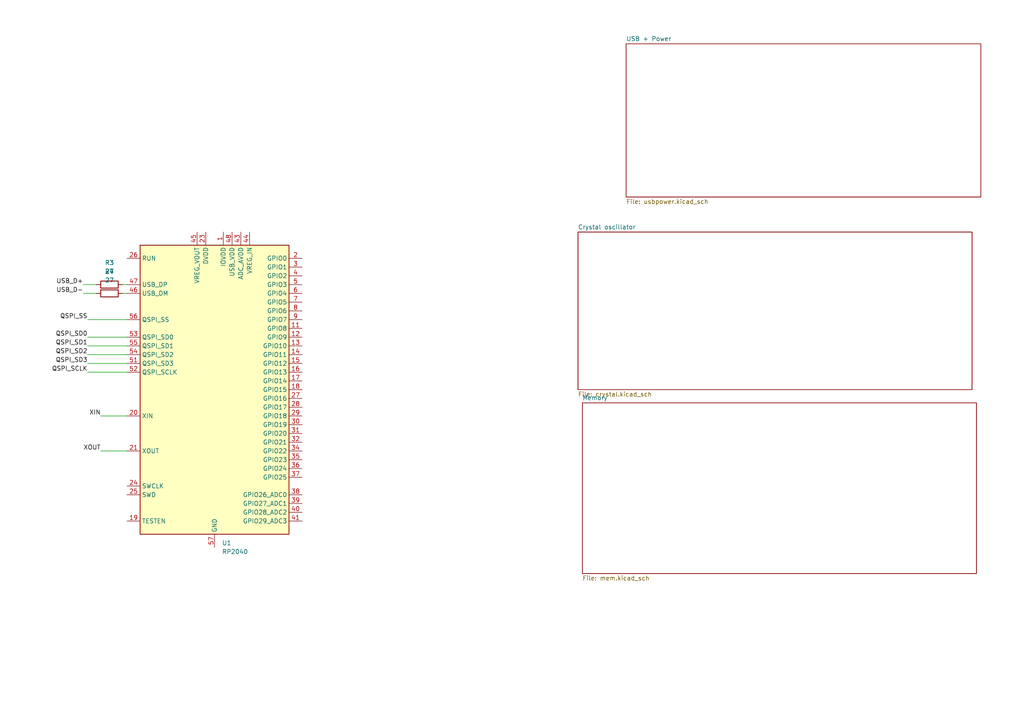
<source format=kicad_sch>
(kicad_sch (version 20250114) (generator "eeschema") (generator_version "9.0")
  (paper "A4")
  (lib_symbols
    (symbol "Device:R" (pin_numbers (hide yes)) (pin_names (offset 0))
      (property "Reference" "R" (at 1.27 -0.762 0))
      (property "Value" "R" (at 1.27 1.27 0))
      (symbol "R_0_1"
        (rectangle (start -1.27 2.286) (end 3.81 0.254) (stroke (width 0.254)))
      )
      (symbol "R_1_1"
        (pin passive line (at -2.54 1.27 0) (length 1.27) (name "~") (number "2"))
        (pin passive line (at 5.08 1.27 180) (length 1.27) (name "~") (number "1"))
      )
    )
    (symbol "MCU_RaspberryPi:RP2040"
      (property "Reference" "U" (at 17.78 45.72 0))
      (property "Value" "RP2040" (at 17.78 43.18 0))
      (symbol "RP2040_0_1"
        (rectangle (start -21.59 41.91) (end 21.59 -41.91) (stroke (width 0.254)) (fill (type background)))
      )
      (symbol "RP2040_1_1"
        (pin input line (at -25.4 38.1 0) (length 3.81) (name "RUN") (number "26"))
        (pin bidirectional line (at -25.4 30.48 0) (length 3.81) (name "USB_DP") (number "47"))
        (pin bidirectional line (at -25.4 27.94 0) (length 3.81) (name "USB_DM") (number "46"))
        (pin bidirectional line (at -25.4 20.32 0) (length 3.81) (name "QSPI_SS") (number "56"))
        (pin bidirectional line (at -25.4 15.24 0) (length 3.81) (name "QSPI_SD0") (number "53"))
        (pin bidirectional line (at -25.4 12.7 0) (length 3.81) (name "QSPI_SD1") (number "55"))
        (pin bidirectional line (at -25.4 10.16 0) (length 3.81) (name "QSPI_SD2") (number "54"))
        (pin bidirectional line (at -25.4 7.62 0) (length 3.81) (name "QSPI_SD3") (number "51"))
        (pin output line (at -25.4 5.08 0) (length 3.81) (name "QSPI_SCLK") (number "52"))
        (pin input line (at -25.4 -7.62 0) (length 3.81) (name "XIN") (number "20"))
        (pin passive line (at -25.4 -17.78 0) (length 3.81) (name "XOUT") (number "21"))
        (pin input line (at -25.4 -27.94 0) (length 3.81) (name "SWCLK") (number "24"))
        (pin bidirectional line (at -25.4 -30.48 0) (length 3.81) (name "SWD") (number "25"))
        (pin input line (at -25.4 -38.1 0) (length 3.81) (name "TESTEN") (number "19"))
        (pin power_out line (at -5.08 45.72 270) (length 3.81) (name "VREG_VOUT") (number "45"))
        (pin power_in line (at -2.54 45.72 270) (length 3.81) (name "DVDD") (number "23"))
        (pin passive line (at -2.54 45.72 270) (length 3.81) (hide yes) (name "DVDD") (number "50"))
        (pin power_in line (at 0 -45.72 90) (length 3.81) (name "GND") (number "57"))
        (pin power_in line (at 2.54 45.72 270) (length 3.81) (name "IOVDD") (number "1"))
        (pin passive line (at 2.54 45.72 270) (length 3.81) (hide yes) (name "IOVDD") (number "10"))
        (pin passive line (at 2.54 45.72 270) (length 3.81) (hide yes) (name "IOVDD") (number "22"))
        (pin passive line (at 2.54 45.72 270) (length 3.81) (hide yes) (name "IOVDD") (number "33"))
        (pin passive line (at 2.54 45.72 270) (length 3.81) (hide yes) (name "IOVDD") (number "42"))
        (pin passive line (at 2.54 45.72 270) (length 3.81) (hide yes) (name "IOVDD") (number "49"))
        (pin power_in line (at 5.08 45.72 270) (length 3.81) (name "USB_VDD") (number "48"))
        (pin power_in line (at 7.62 45.72 270) (length 3.81) (name "ADC_AVDD") (number "43"))
        (pin power_in line (at 10.16 45.72 270) (length 3.81) (name "VREG_IN") (number "44"))
        (pin bidirectional line (at 25.4 38.1 180) (length 3.81) (name "GPIO0") (number "2"))
        (pin bidirectional line (at 25.4 35.56 180) (length 3.81) (name "GPIO1") (number "3"))
        (pin bidirectional line (at 25.4 33.02 180) (length 3.81) (name "GPIO2") (number "4"))
        (pin bidirectional line (at 25.4 30.48 180) (length 3.81) (name "GPIO3") (number "5"))
        (pin bidirectional line (at 25.4 27.94 180) (length 3.81) (name "GPIO4") (number "6"))
        (pin bidirectional line (at 25.4 25.4 180) (length 3.81) (name "GPIO5") (number "7"))
        (pin bidirectional line (at 25.4 22.86 180) (length 3.81) (name "GPIO6") (number "8"))
        (pin bidirectional line (at 25.4 20.32 180) (length 3.81) (name "GPIO7") (number "9"))
        (pin bidirectional line (at 25.4 17.78 180) (length 3.81) (name "GPIO8") (number "11"))
        (pin bidirectional line (at 25.4 15.24 180) (length 3.81) (name "GPIO9") (number "12"))
        (pin bidirectional line (at 25.4 12.7 180) (length 3.81) (name "GPIO10") (number "13"))
        (pin bidirectional line (at 25.4 10.16 180) (length 3.81) (name "GPIO11") (number "14"))
        (pin bidirectional line (at 25.4 7.62 180) (length 3.81) (name "GPIO12") (number "15"))
        (pin bidirectional line (at 25.4 5.08 180) (length 3.81) (name "GPIO13") (number "16"))
        (pin bidirectional line (at 25.4 2.54 180) (length 3.81) (name "GPIO14") (number "17"))
        (pin bidirectional line (at 25.4 0 180) (length 3.81) (name "GPIO15") (number "18"))
        (pin bidirectional line (at 25.4 -2.54 180) (length 3.81) (name "GPIO16") (number "27"))
        (pin bidirectional line (at 25.4 -5.08 180) (length 3.81) (name "GPIO17") (number "28"))
        (pin bidirectional line (at 25.4 -7.62 180) (length 3.81) (name "GPIO18") (number "29"))
        (pin bidirectional line (at 25.4 -10.16 180) (length 3.81) (name "GPIO19") (number "30"))
        (pin bidirectional line (at 25.4 -12.7 180) (length 3.81) (name "GPIO20") (number "31"))
        (pin bidirectional line (at 25.4 -15.24 180) (length 3.81) (name "GPIO21") (number "32"))
        (pin bidirectional line (at 25.4 -17.78 180) (length 3.81) (name "GPIO22") (number "34"))
        (pin bidirectional line (at 25.4 -20.32 180) (length 3.81) (name "GPIO23") (number "35"))
        (pin bidirectional line (at 25.4 -22.86 180) (length 3.81) (name "GPIO24") (number "36"))
        (pin bidirectional line (at 25.4 -25.4 180) (length 3.81) (name "GPIO25") (number "37"))
        (pin bidirectional line (at 25.4 -30.48 180) (length 3.81) (name "GPIO26_ADC0") (number "38"))
        (pin bidirectional line (at 25.4 -33.02 180) (length 3.81) (name "GPIO27_ADC1") (number "39"))
        (pin bidirectional line (at 25.4 -35.56 180) (length 3.81) (name "GPIO28_ADC2") (number "40"))
        (pin bidirectional line (at 25.4 -38.1 180) (length 3.81) (name "GPIO29_ADC3") (number "41"))
      )
    )
  )
  (wire (pts (xy 29.21 130.81) (xy 36.83 130.81)))
  (wire (pts (xy 25.4 102.87) (xy 36.83 102.87)))
  (wire (pts (xy 35.56 82.55) (xy 36.83 82.55)))
  (wire (pts (xy 25.4 97.79) (xy 36.83 97.79)))
  (wire (pts (xy 29.21 120.65) (xy 36.83 120.65)))
  (wire (pts (xy 35.56 85.09) (xy 36.83 85.09)))
  (wire (pts (xy 25.4 105.41) (xy 36.83 105.41)))
  (wire (pts (xy 25.4 92.71) (xy 36.83 92.71)))
  (wire (pts (xy 24.13 82.55) (xy 27.94 82.55)))
  (wire (pts (xy 25.4 107.95) (xy 36.83 107.95)))
  (wire (pts (xy 25.4 100.33) (xy 36.83 100.33)))
  (wire (pts (xy 24.13 85.09) (xy 27.94 85.09)))
  (label "XOUT" (at 29.21 130.81 180))
  (label "QSPI_SD0" (at 25.4 97.79 180))
  (label "QSPI_SS" (at 25.4 92.71 180))
  (label "USB_D+" (at 24.13 82.55 180))
  (label "QSPI_SCLK" (at 25.4 107.95 180))
  (label "QSPI_SD2" (at 25.4 102.87 180))
  (label "QSPI_SD1" (at 25.4 100.33 180))
  (label "XIN" (at 29.21 120.65 180))
  (label "USB_D-" (at 24.13 85.09 180))
  (label "QSPI_SD3" (at 25.4 105.41 180))
  (symbol (lib_id "Device:R") (at 30.48 86.36 0) (unit 1)
    (property "Reference" "R4" (at 31.75 78.74 0))
    (property "Value" "27" (at 31.75 81.28 0))
    (property "Footprint" "Resistor_SMD:R_0508_1220Metric" (effects (hide yes)))
    (property "Description" "Resistor" (effects (hide yes)))
  )
  (symbol (lib_id "MCU_RaspberryPi:RP2040") (at 62.23 113.03 0) (unit 1)
    (property "Reference" "U1" (at 64.3733 157.48 0) (effects (justify left)))
    (property "Value" "RP2040" (at 64.3733 160.02 0) (effects (justify left)))
    (property "Footprint" "Package_DFN_QFN:QFN-56-1EP_7x7mm_P0.4mm_EP3.2x3.2mm" (effects (hide yes)))
    (property "Datasheet" "https://datasheets.raspberrypi.com/rp2040/rp2040-datasheet.pdf" (effects (hide yes)))
    (property "Description" "A microcontroller by Raspberry Pi" (effects (hide yes)))
  )
  (symbol (lib_id "Device:R") (at 30.48 83.82 0) (unit 1)
    (property "Reference" "R3" (at 31.75 76.2 0))
    (property "Value" "27" (at 31.75 78.74 0))
    (property "Footprint" "Resistor_SMD:R_0508_1220Metric" (effects (hide yes)))
    (property "Description" "Resistor" (effects (hide yes)))
  )
  (sheet (at 168.91 116.84) (size 114.3 49.53) (stroke (width 0.1524))
    (property "Sheetname" "Memory" (at 168.91 116.1284 0) (effects (justify left bottom)))
    (property "Sheetfile" "mem.kicad_sch" (at 168.91 166.9546 0) (effects (justify left top)))
  )
  (sheet (at 181.61 12.7) (size 102.87 44.45) (stroke (width 0.1524))
    (property "Sheetname" "USB + Power" (at 181.61 11.9884 0) (effects (justify left bottom)))
    (property "Sheetfile" "usbpower.kicad_sch" (at 181.61 57.7346 0) (effects (justify left top)))
  )
  (sheet (at 167.64 67.31) (size 114.3 45.72) (stroke (width 0.1524))
    (property "Sheetname" "Crystal oscillator" (at 167.64 66.5984 0) (effects (justify left bottom)))
    (property "Sheetfile" "crystal.kicad_sch" (at 167.64 113.6146 0) (effects (justify left top)))
  )
)
</source>
